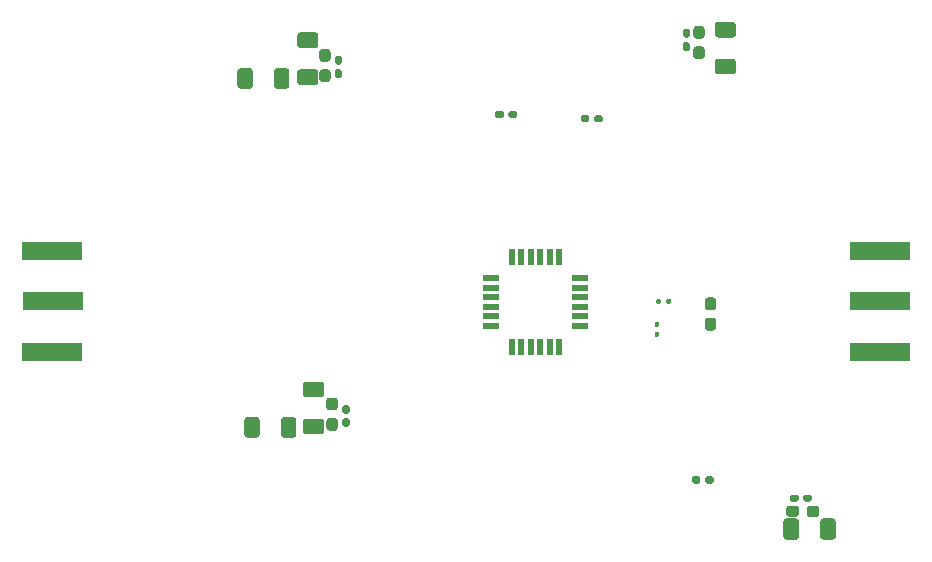
<source format=gtp>
G04 #@! TF.GenerationSoftware,KiCad,Pcbnew,(5.1.9)-1*
G04 #@! TF.CreationDate,2022-02-07T19:04:32+01:00*
G04 #@! TF.ProjectId,AmplificadorV2,416d706c-6966-4696-9361-646f7256322e,rev?*
G04 #@! TF.SameCoordinates,Original*
G04 #@! TF.FileFunction,Paste,Top*
G04 #@! TF.FilePolarity,Positive*
%FSLAX46Y46*%
G04 Gerber Fmt 4.6, Leading zero omitted, Abs format (unit mm)*
G04 Created by KiCad (PCBNEW (5.1.9)-1) date 2022-02-07 19:04:32*
%MOMM*%
%LPD*%
G01*
G04 APERTURE LIST*
%ADD10R,5.080000X1.500000*%
%ADD11R,0.500000X1.450000*%
%ADD12R,1.450000X0.500000*%
G04 APERTURE END LIST*
G36*
G01*
X4204800Y24602600D02*
X4204800Y23352600D01*
G75*
G02*
X3954800Y23102600I-250000J0D01*
G01*
X3154800Y23102600D01*
G75*
G02*
X2904800Y23352600I0J250000D01*
G01*
X2904800Y24602600D01*
G75*
G02*
X3154800Y24852600I250000J0D01*
G01*
X3954800Y24852600D01*
G75*
G02*
X4204800Y24602600I0J-250000D01*
G01*
G37*
G36*
G01*
X7304800Y24602600D02*
X7304800Y23352600D01*
G75*
G02*
X7054800Y23102600I-250000J0D01*
G01*
X6254800Y23102600D01*
G75*
G02*
X6004800Y23352600I0J250000D01*
G01*
X6004800Y24602600D01*
G75*
G02*
X6254800Y24852600I250000J0D01*
G01*
X7054800Y24852600D01*
G75*
G02*
X7304800Y24602600I0J-250000D01*
G01*
G37*
G36*
G01*
X4789000Y-4937600D02*
X4789000Y-6187600D01*
G75*
G02*
X4539000Y-6437600I-250000J0D01*
G01*
X3739000Y-6437600D01*
G75*
G02*
X3489000Y-6187600I0J250000D01*
G01*
X3489000Y-4937600D01*
G75*
G02*
X3739000Y-4687600I250000J0D01*
G01*
X4539000Y-4687600D01*
G75*
G02*
X4789000Y-4937600I0J-250000D01*
G01*
G37*
G36*
G01*
X7889000Y-4937600D02*
X7889000Y-6187600D01*
G75*
G02*
X7639000Y-6437600I-250000J0D01*
G01*
X6839000Y-6437600D01*
G75*
G02*
X6589000Y-6187600I0J250000D01*
G01*
X6589000Y-4937600D01*
G75*
G02*
X6839000Y-4687600I250000J0D01*
G01*
X7639000Y-4687600D01*
G75*
G02*
X7889000Y-4937600I0J-250000D01*
G01*
G37*
D10*
X57302400Y5105400D03*
X57302400Y9355400D03*
X57302400Y855400D03*
X-12676200Y5105400D03*
X-12776200Y855400D03*
X-12776200Y9355400D03*
G36*
G01*
X42713900Y3712500D02*
X43188900Y3712500D01*
G75*
G02*
X43426400Y3475000I0J-237500D01*
G01*
X43426400Y2875000D01*
G75*
G02*
X43188900Y2637500I-237500J0D01*
G01*
X42713900Y2637500D01*
G75*
G02*
X42476400Y2875000I0J237500D01*
G01*
X42476400Y3475000D01*
G75*
G02*
X42713900Y3712500I237500J0D01*
G01*
G37*
G36*
G01*
X42713900Y5437500D02*
X43188900Y5437500D01*
G75*
G02*
X43426400Y5200000I0J-237500D01*
G01*
X43426400Y4600000D01*
G75*
G02*
X43188900Y4362500I-237500J0D01*
G01*
X42713900Y4362500D01*
G75*
G02*
X42476400Y4600000I0J237500D01*
G01*
X42476400Y5200000D01*
G75*
G02*
X42713900Y5437500I237500J0D01*
G01*
G37*
G36*
G01*
X39191400Y5015400D02*
X39191400Y5195400D01*
G75*
G02*
X39281400Y5285400I90000J0D01*
G01*
X39559400Y5285400D01*
G75*
G02*
X39649400Y5195400I0J-90000D01*
G01*
X39649400Y5015400D01*
G75*
G02*
X39559400Y4925400I-90000J0D01*
G01*
X39281400Y4925400D01*
G75*
G02*
X39191400Y5015400I0J90000D01*
G01*
G37*
G36*
G01*
X38326400Y5015400D02*
X38326400Y5195400D01*
G75*
G02*
X38416400Y5285400I90000J0D01*
G01*
X38694400Y5285400D01*
G75*
G02*
X38784400Y5195400I0J-90000D01*
G01*
X38784400Y5015400D01*
G75*
G02*
X38694400Y4925400I-90000J0D01*
G01*
X38416400Y4925400D01*
G75*
G02*
X38326400Y5015400I0J90000D01*
G01*
G37*
G36*
G01*
X38314800Y2539700D02*
X38494800Y2539700D01*
G75*
G02*
X38584800Y2449700I0J-90000D01*
G01*
X38584800Y2171700D01*
G75*
G02*
X38494800Y2081700I-90000J0D01*
G01*
X38314800Y2081700D01*
G75*
G02*
X38224800Y2171700I0J90000D01*
G01*
X38224800Y2449700D01*
G75*
G02*
X38314800Y2539700I90000J0D01*
G01*
G37*
G36*
G01*
X38314800Y3404700D02*
X38494800Y3404700D01*
G75*
G02*
X38584800Y3314700I0J-90000D01*
G01*
X38584800Y3036700D01*
G75*
G02*
X38494800Y2946700I-90000J0D01*
G01*
X38314800Y2946700D01*
G75*
G02*
X38224800Y3036700I0J90000D01*
G01*
X38224800Y3314700D01*
G75*
G02*
X38314800Y3404700I90000J0D01*
G01*
G37*
G36*
G01*
X52245700Y-14823201D02*
X52245700Y-13523199D01*
G75*
G02*
X52495699Y-13273200I249999J0D01*
G01*
X53320701Y-13273200D01*
G75*
G02*
X53570700Y-13523199I0J-249999D01*
G01*
X53570700Y-14823201D01*
G75*
G02*
X53320701Y-15073200I-249999J0D01*
G01*
X52495699Y-15073200D01*
G75*
G02*
X52245700Y-14823201I0J249999D01*
G01*
G37*
G36*
G01*
X49120700Y-14823201D02*
X49120700Y-13523199D01*
G75*
G02*
X49370699Y-13273200I249999J0D01*
G01*
X50195701Y-13273200D01*
G75*
G02*
X50445700Y-13523199I0J-249999D01*
G01*
X50445700Y-14823201D01*
G75*
G02*
X50195701Y-15073200I-249999J0D01*
G01*
X49370699Y-15073200D01*
G75*
G02*
X49120700Y-14823201I0J249999D01*
G01*
G37*
G36*
G01*
X51100700Y-12912100D02*
X51100700Y-12437100D01*
G75*
G02*
X51338200Y-12199600I237500J0D01*
G01*
X51938200Y-12199600D01*
G75*
G02*
X52175700Y-12437100I0J-237500D01*
G01*
X52175700Y-12912100D01*
G75*
G02*
X51938200Y-13149600I-237500J0D01*
G01*
X51338200Y-13149600D01*
G75*
G02*
X51100700Y-12912100I0J237500D01*
G01*
G37*
G36*
G01*
X49375700Y-12912100D02*
X49375700Y-12437100D01*
G75*
G02*
X49613200Y-12199600I237500J0D01*
G01*
X50213200Y-12199600D01*
G75*
G02*
X50450700Y-12437100I0J-237500D01*
G01*
X50450700Y-12912100D01*
G75*
G02*
X50213200Y-13149600I-237500J0D01*
G01*
X49613200Y-13149600D01*
G75*
G02*
X49375700Y-12912100I0J237500D01*
G01*
G37*
G36*
G01*
X9997201Y-3011600D02*
X8697199Y-3011600D01*
G75*
G02*
X8447200Y-2761601I0J249999D01*
G01*
X8447200Y-1936599D01*
G75*
G02*
X8697199Y-1686600I249999J0D01*
G01*
X9997201Y-1686600D01*
G75*
G02*
X10247200Y-1936599I0J-249999D01*
G01*
X10247200Y-2761601D01*
G75*
G02*
X9997201Y-3011600I-249999J0D01*
G01*
G37*
G36*
G01*
X9997201Y-6136600D02*
X8697199Y-6136600D01*
G75*
G02*
X8447200Y-5886601I0J249999D01*
G01*
X8447200Y-5061599D01*
G75*
G02*
X8697199Y-4811600I249999J0D01*
G01*
X9997201Y-4811600D01*
G75*
G02*
X10247200Y-5061599I0J-249999D01*
G01*
X10247200Y-5886601D01*
G75*
G02*
X9997201Y-6136600I-249999J0D01*
G01*
G37*
G36*
G01*
X12245400Y-4397400D02*
X11935400Y-4397400D01*
G75*
G02*
X11780400Y-4242400I0J155000D01*
G01*
X11780400Y-3817400D01*
G75*
G02*
X11935400Y-3662400I155000J0D01*
G01*
X12245400Y-3662400D01*
G75*
G02*
X12400400Y-3817400I0J-155000D01*
G01*
X12400400Y-4242400D01*
G75*
G02*
X12245400Y-4397400I-155000J0D01*
G01*
G37*
G36*
G01*
X12245400Y-5532400D02*
X11935400Y-5532400D01*
G75*
G02*
X11780400Y-5377400I0J155000D01*
G01*
X11780400Y-4952400D01*
G75*
G02*
X11935400Y-4797400I155000J0D01*
G01*
X12245400Y-4797400D01*
G75*
G02*
X12400400Y-4952400I0J-155000D01*
G01*
X12400400Y-5377400D01*
G75*
G02*
X12245400Y-5532400I-155000J0D01*
G01*
G37*
G36*
G01*
X10549900Y25395900D02*
X10074900Y25395900D01*
G75*
G02*
X9837400Y25633400I0J237500D01*
G01*
X9837400Y26233400D01*
G75*
G02*
X10074900Y26470900I237500J0D01*
G01*
X10549900Y26470900D01*
G75*
G02*
X10787400Y26233400I0J-237500D01*
G01*
X10787400Y25633400D01*
G75*
G02*
X10549900Y25395900I-237500J0D01*
G01*
G37*
G36*
G01*
X10549900Y23670900D02*
X10074900Y23670900D01*
G75*
G02*
X9837400Y23908400I0J237500D01*
G01*
X9837400Y24508400D01*
G75*
G02*
X10074900Y24745900I237500J0D01*
G01*
X10549900Y24745900D01*
G75*
G02*
X10787400Y24508400I0J-237500D01*
G01*
X10787400Y23908400D01*
G75*
G02*
X10549900Y23670900I-237500J0D01*
G01*
G37*
G36*
G01*
X40764400Y27045500D02*
X41074400Y27045500D01*
G75*
G02*
X41229400Y26890500I0J-155000D01*
G01*
X41229400Y26465500D01*
G75*
G02*
X41074400Y26310500I-155000J0D01*
G01*
X40764400Y26310500D01*
G75*
G02*
X40609400Y26465500I0J155000D01*
G01*
X40609400Y26890500D01*
G75*
G02*
X40764400Y27045500I155000J0D01*
G01*
G37*
G36*
G01*
X40764400Y28180500D02*
X41074400Y28180500D01*
G75*
G02*
X41229400Y28025500I0J-155000D01*
G01*
X41229400Y27600500D01*
G75*
G02*
X41074400Y27445500I-155000J0D01*
G01*
X40764400Y27445500D01*
G75*
G02*
X40609400Y27600500I0J155000D01*
G01*
X40609400Y28025500D01*
G75*
G02*
X40764400Y28180500I155000J0D01*
G01*
G37*
G36*
G01*
X42507700Y-10162600D02*
X42507700Y-9852600D01*
G75*
G02*
X42662700Y-9697600I155000J0D01*
G01*
X43087700Y-9697600D01*
G75*
G02*
X43242700Y-9852600I0J-155000D01*
G01*
X43242700Y-10162600D01*
G75*
G02*
X43087700Y-10317600I-155000J0D01*
G01*
X42662700Y-10317600D01*
G75*
G02*
X42507700Y-10162600I0J155000D01*
G01*
G37*
G36*
G01*
X41372700Y-10162600D02*
X41372700Y-9852600D01*
G75*
G02*
X41527700Y-9697600I155000J0D01*
G01*
X41952700Y-9697600D01*
G75*
G02*
X42107700Y-9852600I0J-155000D01*
G01*
X42107700Y-10162600D01*
G75*
G02*
X41952700Y-10317600I-155000J0D01*
G01*
X41527700Y-10317600D01*
G75*
G02*
X41372700Y-10162600I0J155000D01*
G01*
G37*
G36*
G01*
X25454000Y21084600D02*
X25454000Y20774600D01*
G75*
G02*
X25299000Y20619600I-155000J0D01*
G01*
X24874000Y20619600D01*
G75*
G02*
X24719000Y20774600I0J155000D01*
G01*
X24719000Y21084600D01*
G75*
G02*
X24874000Y21239600I155000J0D01*
G01*
X25299000Y21239600D01*
G75*
G02*
X25454000Y21084600I0J-155000D01*
G01*
G37*
G36*
G01*
X26589000Y21084600D02*
X26589000Y20774600D01*
G75*
G02*
X26434000Y20619600I-155000J0D01*
G01*
X26009000Y20619600D01*
G75*
G02*
X25854000Y20774600I0J155000D01*
G01*
X25854000Y21084600D01*
G75*
G02*
X26009000Y21239600I155000J0D01*
G01*
X26434000Y21239600D01*
G75*
G02*
X26589000Y21084600I0J-155000D01*
G01*
G37*
G36*
G01*
X11610400Y25159500D02*
X11300400Y25159500D01*
G75*
G02*
X11145400Y25314500I0J155000D01*
G01*
X11145400Y25739500D01*
G75*
G02*
X11300400Y25894500I155000J0D01*
G01*
X11610400Y25894500D01*
G75*
G02*
X11765400Y25739500I0J-155000D01*
G01*
X11765400Y25314500D01*
G75*
G02*
X11610400Y25159500I-155000J0D01*
G01*
G37*
G36*
G01*
X11610400Y24024500D02*
X11300400Y24024500D01*
G75*
G02*
X11145400Y24179500I0J155000D01*
G01*
X11145400Y24604500D01*
G75*
G02*
X11300400Y24759500I155000J0D01*
G01*
X11610400Y24759500D01*
G75*
G02*
X11765400Y24604500I0J-155000D01*
G01*
X11765400Y24179500D01*
G75*
G02*
X11610400Y24024500I-155000J0D01*
G01*
G37*
G36*
G01*
X50813500Y-11712000D02*
X50813500Y-11402000D01*
G75*
G02*
X50968500Y-11247000I155000J0D01*
G01*
X51393500Y-11247000D01*
G75*
G02*
X51548500Y-11402000I0J-155000D01*
G01*
X51548500Y-11712000D01*
G75*
G02*
X51393500Y-11867000I-155000J0D01*
G01*
X50968500Y-11867000D01*
G75*
G02*
X50813500Y-11712000I0J155000D01*
G01*
G37*
G36*
G01*
X49678500Y-11712000D02*
X49678500Y-11402000D01*
G75*
G02*
X49833500Y-11247000I155000J0D01*
G01*
X50258500Y-11247000D01*
G75*
G02*
X50413500Y-11402000I0J-155000D01*
G01*
X50413500Y-11712000D01*
G75*
G02*
X50258500Y-11867000I-155000J0D01*
G01*
X49833500Y-11867000D01*
G75*
G02*
X49678500Y-11712000I0J155000D01*
G01*
G37*
G36*
G01*
X32709700Y20729000D02*
X32709700Y20419000D01*
G75*
G02*
X32554700Y20264000I-155000J0D01*
G01*
X32129700Y20264000D01*
G75*
G02*
X31974700Y20419000I0J155000D01*
G01*
X31974700Y20729000D01*
G75*
G02*
X32129700Y20884000I155000J0D01*
G01*
X32554700Y20884000D01*
G75*
G02*
X32709700Y20729000I0J-155000D01*
G01*
G37*
G36*
G01*
X33844700Y20729000D02*
X33844700Y20419000D01*
G75*
G02*
X33689700Y20264000I-155000J0D01*
G01*
X33264700Y20264000D01*
G75*
G02*
X33109700Y20419000I0J155000D01*
G01*
X33109700Y20729000D01*
G75*
G02*
X33264700Y20884000I155000J0D01*
G01*
X33689700Y20884000D01*
G75*
G02*
X33844700Y20729000I0J-155000D01*
G01*
G37*
G36*
G01*
X11159500Y-4120000D02*
X10684500Y-4120000D01*
G75*
G02*
X10447000Y-3882500I0J237500D01*
G01*
X10447000Y-3282500D01*
G75*
G02*
X10684500Y-3045000I237500J0D01*
G01*
X11159500Y-3045000D01*
G75*
G02*
X11397000Y-3282500I0J-237500D01*
G01*
X11397000Y-3882500D01*
G75*
G02*
X11159500Y-4120000I-237500J0D01*
G01*
G37*
G36*
G01*
X11159500Y-5845000D02*
X10684500Y-5845000D01*
G75*
G02*
X10447000Y-5607500I0J237500D01*
G01*
X10447000Y-5007500D01*
G75*
G02*
X10684500Y-4770000I237500J0D01*
G01*
X11159500Y-4770000D01*
G75*
G02*
X11397000Y-5007500I0J-237500D01*
G01*
X11397000Y-5607500D01*
G75*
G02*
X11159500Y-5845000I-237500J0D01*
G01*
G37*
G36*
G01*
X41748700Y26700600D02*
X42223700Y26700600D01*
G75*
G02*
X42461200Y26463100I0J-237500D01*
G01*
X42461200Y25863100D01*
G75*
G02*
X42223700Y25625600I-237500J0D01*
G01*
X41748700Y25625600D01*
G75*
G02*
X41511200Y25863100I0J237500D01*
G01*
X41511200Y26463100D01*
G75*
G02*
X41748700Y26700600I237500J0D01*
G01*
G37*
G36*
G01*
X41748700Y28425600D02*
X42223700Y28425600D01*
G75*
G02*
X42461200Y28188100I0J-237500D01*
G01*
X42461200Y27588100D01*
G75*
G02*
X42223700Y27350600I-237500J0D01*
G01*
X41748700Y27350600D01*
G75*
G02*
X41511200Y27588100I0J237500D01*
G01*
X41511200Y28188100D01*
G75*
G02*
X41748700Y28425600I237500J0D01*
G01*
G37*
G36*
G01*
X43571399Y25643000D02*
X44871401Y25643000D01*
G75*
G02*
X45121400Y25393001I0J-249999D01*
G01*
X45121400Y24567999D01*
G75*
G02*
X44871401Y24318000I-249999J0D01*
G01*
X43571399Y24318000D01*
G75*
G02*
X43321400Y24567999I0J249999D01*
G01*
X43321400Y25393001D01*
G75*
G02*
X43571399Y25643000I249999J0D01*
G01*
G37*
G36*
G01*
X43571399Y28768000D02*
X44871401Y28768000D01*
G75*
G02*
X45121400Y28518001I0J-249999D01*
G01*
X45121400Y27692999D01*
G75*
G02*
X44871401Y27443000I-249999J0D01*
G01*
X43571399Y27443000D01*
G75*
G02*
X43321400Y27692999I0J249999D01*
G01*
X43321400Y28518001D01*
G75*
G02*
X43571399Y28768000I249999J0D01*
G01*
G37*
G36*
G01*
X9514601Y26554000D02*
X8214599Y26554000D01*
G75*
G02*
X7964600Y26803999I0J249999D01*
G01*
X7964600Y27629001D01*
G75*
G02*
X8214599Y27879000I249999J0D01*
G01*
X9514601Y27879000D01*
G75*
G02*
X9764600Y27629001I0J-249999D01*
G01*
X9764600Y26803999D01*
G75*
G02*
X9514601Y26554000I-249999J0D01*
G01*
G37*
G36*
G01*
X9514601Y23429000D02*
X8214599Y23429000D01*
G75*
G02*
X7964600Y23678999I0J249999D01*
G01*
X7964600Y24504001D01*
G75*
G02*
X8214599Y24754000I249999J0D01*
G01*
X9514601Y24754000D01*
G75*
G02*
X9764600Y24504001I0J-249999D01*
G01*
X9764600Y23678999D01*
G75*
G02*
X9514601Y23429000I-249999J0D01*
G01*
G37*
D11*
X26138400Y8829600D03*
X26938400Y8829600D03*
X27738400Y8829600D03*
X28538400Y8829600D03*
X29338400Y8829600D03*
X30138400Y8829600D03*
D12*
X31913400Y7054600D03*
X31913400Y6254600D03*
X31913400Y5454600D03*
X31913400Y4654600D03*
X31913400Y3854600D03*
X31913400Y3054600D03*
D11*
X30138400Y1279600D03*
X29338400Y1279600D03*
X28538400Y1279600D03*
X27738400Y1279600D03*
X26938400Y1279600D03*
X26138400Y1279600D03*
D12*
X24363400Y3054600D03*
X24363400Y3854600D03*
X24363400Y4654600D03*
X24363400Y5454600D03*
X24363400Y6254600D03*
X24363400Y7054600D03*
M02*

</source>
